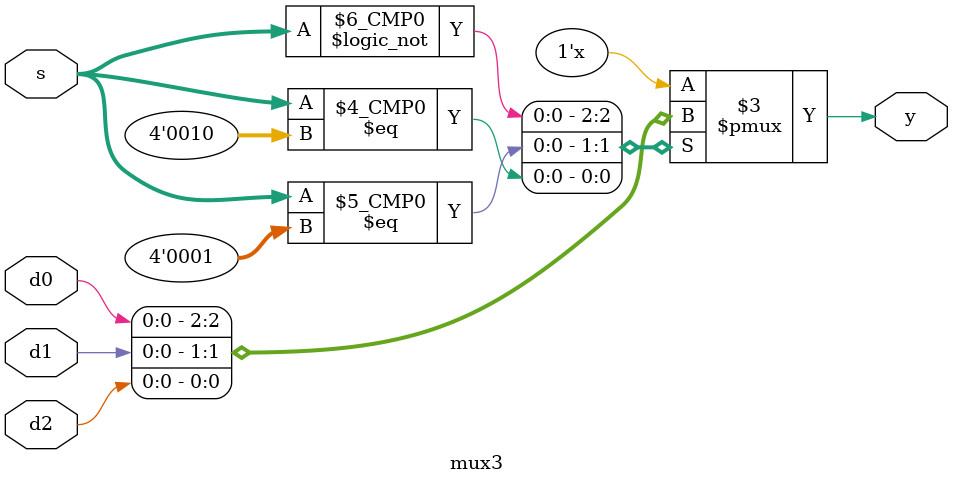
<source format=sv>
`timescale 1ns / 1ps



module top  (input   logic 	 clk, reset,            
	     output  logic[31:0] writedata, dataadr,            
	     output  logic       memwrite);  

   logic [31:0] pc, instr, readdata;    

   // instantiate processor and memories  
   mips mips (clk, reset, pc, instr, memwrite, dataadr, writedata, readdata);  
   imem imem (pc[7:2], instr);  
   dmem dmem (clk, memwrite, dataadr, writedata, readdata);

endmodule



// External data memory used by MIPS single-cycle processor

module dmem (input  logic        clk, we,
             input  logic[31:0]  a, wd,
             output logic[31:0]  rd);

   logic  [31:0] RAM[63:0];
  
   assign rd = RAM[a[31:2]];    // word-aligned  read (for lw)

   always_ff @(posedge clk)
     if (we)
       RAM[a[31:2]] <= wd;      // word-aligned write (for sw)

endmodule



// External instruction memory used by MIPS single-cycle
// processor. It models instruction memory as a stored-program 
// ROM, with address as input, and instruction as output


module imem ( input logic [5:0] addr, output logic [31:0] instr);

// imem is modeled as a lookup table, a stored-program byte-addressable ROM
	always_comb
	   case ({addr,2'b00})		   	// word-aligned fetch
//		address		instruction
//		-------		-----------
		8'h00: instr = 32'h20020005;  	// disassemble, by hand 
		8'h04: instr = 32'h2003000c;  	// or with a program,
		8'h08: instr = 32'h2067fff7;  	// to find out what
		8'h0c: instr = 32'h00e22025;  	// this program does!
		8'h10: instr = 32'h00642824;
		8'h14: instr = 32'h00a42820;
		8'h18: instr = 32'h10a7000a;
		8'h1c: instr = 32'h0064202a;
		8'h20: instr = 32'h10800001;
		8'h24: instr = 32'h20050000;
		8'h28: instr = 32'h00e2202a;
		8'h2c: instr = 32'h00853820;
		8'h30: instr = 32'h00e23822;
		8'h34: instr = 32'hac670044;
		8'h38: instr = 32'h8c020050;
		8'h3c: instr = 32'h08000011;
		8'h40: instr = 32'h20020001;
		8'h44: instr = 32'hac020054;
		8'h48: instr = 32'hFA080000;    // SW+ $t0, 0($s0)
		8'h5c: instr = 32'hFD090004;    // BGE $t1, $t0, label
		8'h48: instr = 32'h08000012;	// j 48, so it will loop here
	     default:  instr = {32{1'bx}};	// unknown address
	   endcase
endmodule


// single-cycle MIPS processor, with controller and datapath

module mips (input  logic        clk, reset,
             output logic[31:0]  pc,
             input  logic[31:0]  instr,
             output logic        memwrite,
             output logic[31:0]  aluout, writedata,
             input  logic[31:0]  readdata);

  logic [1:0]  memtoreg; 
  logic        pcsrc, zero, alusrc;
  logic [1:0]  regdst;
  logic        regwrite, jump;
  logic [2:0]  alucontrol;

  controller c (instr[31:26], instr[5:0], zero, bgres, memtoreg, memwrite, pcsrc,
                        alusrc, regdst, regwrite, jump, alucontrol, bge1, bge2, bgsrc, bgpcres);

  datapath dp (clk, reset, memtoreg, pcsrc, alusrc, regdst, regwrite, jump,
                          alucontrol, zero, pc, instr, aluout, writedata, readdata);

endmodule
module controller(input  logic[5:0] op, funct,
                  input  logic     zero,
                  input logic     bgres,
                  output logic[1:0] memtoreg, 
		  output logic	   memwrite,
                  output logic     pcsrc, alusrc,
                  output logic[1:0] regdst, 
		  output logic     regwrite,
                  output logic     jump,
                  output logic [2:0] alucontrol,
		  output logic     bge1, bge2,
		  output logic bgsrc, bgpcres);

   logic [1:0] aluop;
   logic       branch;

   maindec md (op, memtoreg, memwrite, branch, alusrc, regdst, regwrite, 
		 jump, aluop, bge1, bge2);

   aludec  ad (funct, aluop, alucontrol);

   assign pcsrc = branch & zero;
   assign bgsrc = bge1 & bgres;

  
   bgpcmux2    bgpcmux(pcsrc, bgsrc, bge2,bgpcres);

endmodule

module maindec (input logic[5:0] op, 
	              	output logic[1:0] memtoreg, 
			output logic memwrite, branch,
	              	output logic alusrc,
			output logic[1:0] regdst, 
			output logic regwrite, jump,
	              	output logic[1:0] aluop, 
			output logic bge1, bge2);
   logic [12:0] controls;

   assign {regwrite, regdst, alusrc, branch, memwrite,
                memtoreg,  aluop, jump, bge1, bge2} = controls;

  always_comb
    case(op)
      6'b000000: controls <= 13'b1010000010000; // R-type
      6'b100011: controls <= 13'b1001000100000; // LW
      6'b101011: controls <= 13'b0001010000000; // SW
      6'b000100: controls <= 13'b0000100001000; // BEQ
      6'b001000: controls <= 13'b1001000000000; // ADDI
      6'b000010: controls <= 13'b0000000000100; // J
      6'b111110: controls <= 13'b1101011000000; // SW+
      6'b111111: controls <= 13'b0000000000011; // BGE
      default:   controls <= 13'bxxxxxxxxxxxxx; // illegal op
    endcase
endmodule

module aludec (input    logic[5:0] funct,
               input    logic[1:0] aluop,
               output   logic[2:0] alucontrol);
  always_comb
    case(aluop)
      2'b00: alucontrol  = 3'b010;  // add  (for lw/sw/addi)
      2'b01: alucontrol  = 3'b110;  // sub   (for beq)
      default: case(funct)          // R-TYPE instructions
          6'b100000: alucontrol  = 3'b010; // ADD
          6'b100010: alucontrol  = 3'b110; // SUB
          6'b100100: alucontrol  = 3'b000; // AND
          6'b100101: alucontrol  = 3'b001; // OR
          6'b101010: alucontrol  = 3'b111; // SLT
	      6'b111111: alucontrol  = 3'b111; // SLT
          default:   alucontrol  = 3'bxxx; // ???
        endcase
    endcase
endmodule

module datapath (input  logic clk, reset, 
		input logic [1:0] memtoreg, 
		input logic pcsrc, alusrc, 
		input logic [1:0] regdst,
                 input  logic regwrite, jump, 
		 input  logic[2:0]  alucontrol, 
		input logic bge1, bge2,
                 output logic zero, 
		 output logic[31:0] pc, 
	         input  logic[31:0] instr,
                 output logic[31:0] aluout, writedata, 
	         input  logic[31:0] readdata);

  logic [4:0]  writereg;
  logic [31:0] pcnext, pcnextbr, pcplus4, pcbranch;
  logic [31:0] signimm, signimmsh, srca, srcb, result;
 
  // next PC logic
  flopr #(32) pcreg(clk, reset, pcnext, pc);
  adder       pcadd1(pc, 32'b100, pcplus4);
  sl2         immsh(signimm, signimmsh);
  adder       pcadd2(pcplus4, signimmsh, pcbranch);
  bgpcmux2    bgpcmux(bgres, pcsrc, bge2,bgpcres);
  mux2 #(32)  pcbrmux(pcplus4, pcbranch, bgpcres,
                      pcnextbr);
  mux2 #(32)  pcmux(pcnextbr, {pcplus4[31:28], 
                    instr[25:0], 2'b00}, jump, pcnext);

// register file logic
   regfile     rf (clk, regwrite, instr[25:21], instr[20:16], writereg,
                   result, srca, writedata);

   mux3 #(5)    wrmux (instr[20:16], instr[15:11], instr[25:21], regdst[2:0], writereg);
   mux3 #(32)  resmux (aluout, readdata, swres, memtoreg[2:0], result);
   signext         se (instr[15:0], signimm);
   adder       swadd4(srcA, 32'b100, swres);

  // ALU logic
   mux2 #(32)  srcbmux (writedata, signimm, alusrc, srcb);
   alu         alu (srca, srcb, alucontrol, aluout, zero, bgres);

endmodule


module regfile (input    logic clk, we3, 
                input    logic[4:0]  ra1, ra2, wa3, 
                input    logic[31:0] wd3, 
                output   logic[31:0] rd1, rd2);

  logic [31:0] rf [31:0];

  // three ported register file: read two ports combinationally
  // write third port on rising edge of clock. Register0 hardwired to 0.

  always_ff@(posedge clk)
     if (we3) 
         rf [wa3] <= wd3;	

  assign rd1 = (ra1 != 0) ? rf [ra1] : 0;
  assign rd2 = (ra2 != 0) ? rf[ ra2] : 0;

endmodule


module alu(input  logic [31:0] a, b, 
           input  logic [2:0]  alucont, 
           output logic [31:0] result,
           output logic zero,
	   output logic bgres);
	
	always_comb

		case (alucont)

			3'b010: result = a + b; // ADD
			3'b110: result = a - b; // SUB
          		3'b000: result = a & b; // AND
         		3'b001: result = a | b; // OR
          		3'b111: result = a < b ? 32'b1: 32'b0; // SLT
			    //3'b100: result = a < b ? 32'b0: 32'b1; //SLT reverse
			default: result = 0;
		endcase
	assign zero = (result == 0);
	assign bgres = (~result);
  
endmodule


module adder (input  logic[31:0] a, b,
              output logic[31:0] y);
     
     assign y = a + b;
endmodule

module sl2 (input  logic[31:0] a,
            output logic[31:0] y);
     
     assign y = {a[29:0], 2'b00}; // shifts left by 2
endmodule

module signext (input  logic[15:0] a,
                output logic[31:0] y);
              
  assign y = {{16{a[15]}}, a};    // sign-extends 16-bit a
endmodule

// parameterized register
module flopr #(parameter WIDTH = 8)
              (input logic clk, reset, 
	       input logic[WIDTH-1:0] d, 
               output logic[WIDTH-1:0] q);

  always_ff@(posedge clk, posedge reset)
    if (reset) q <= 0; 
    else       q <= d;
endmodule


// paramaterized 2-to-1 MUX
module mux2 #(parameter WIDTH = 8)
             (input  logic[WIDTH-1:0] d0, d1,  
              input  logic s, 
              output logic[WIDTH-1:0] y);
  
   assign y = s ? d1 : d0; 
endmodule

// parameterized 2-to-1 MUX
module bgpcmux2 #(parameter WIDTH = 1)
		(input logic d0, d1,
		input logic s,
		output logic y);

   assign y = s ? d1 : d0;
endmodule

// parameterized 3-to-1 MUX
module mux3 #(parameter WIDTH = 5)
		(input logic d0, d1, d2,
		input logic[WIDTH-2:0] s,
		output logic y);
	always_comb
		case(s)

		2'b00: y = d0;
		2'b01: y = d1;
		2'b10: y = d2;

	endcase	 
endmodule

</source>
